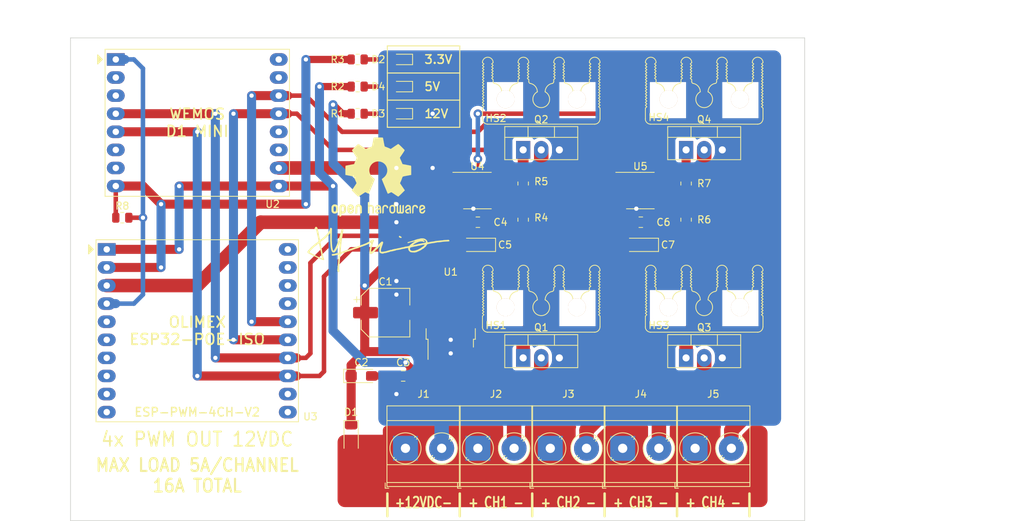
<source format=kicad_pcb>
(kicad_pcb (version 20211014) (generator pcbnew)
  (title_block (title "ESP 6 Relay Module"))
  (layers (0 "F.Cu" signal) (31 "B.Cu" signal) (34 "B.Paste" user) (35 "F.Paste" user) (36 "B.SilkS" user "B.Silkscreen") (37 "F.SilkS" user "F.Silkscreen") (38 "B.Mask" user) (39 "F.Mask" user) (44 "Edge.Cuts" user))
  (net 0 "")
  (net 1 "+12VA")
  (net 2 "GNDREF")
  (net 3 "+5V")
  (net 4 "+12V")
  (net 5 "Net-(D2-Pad2)")
  (net 6 "Net-(D3-Pad2)")
  (net 7 "Net-(D4-Pad2)")
  (net 8 "Net-(J2-Pad2)")
  (net 9 "Net-(J3-Pad2)")
  (net 10 "Net-(J4-Pad2)")
  (net 11 "Net-(J5-Pad2)")
  (net 12 "Net-(Q1-Pad1)")
  (net 13 "Net-(Q2-Pad1)")
  (net 14 "Net-(Q3-Pad1)")
  (net 15 "Net-(Q4-Pad1)")
  (net 16 "+3V3")
  (net 17 "Net-(R8-Pad2)")
  (net 20 "Net-(U2-Pad4)")
  (net 21 "Net-(U2-Pad5)")
  (net 26 "Net-(U2-Pad13)")
  (net 27 "Net-(U2-Pad14)")
  (net 46 "Net-(R4-Pad2)")
  (net 47 "Net-(R5-Pad2)")
  (net 48 "Net-(R6-Pad2)")
  (net 49 "Net-(R7-Pad2)")
  (footprint "Tales:TerminalBlock_Phoenix_MKDS-3-2-5.08_1x02_P5.08mm_Horizontal" (layer "F.Cu") (at 121.92 121.92)
    (fp_text reference "J2" (at 2.54 -7.62) (layer "F.SilkS"))
    (fp_text value "OUT1")
    (pad "1" thru_hole rect (at 0 0) (size 3.5 3.5) (drill 1.3) (layers *.Cu *.Mask) (net 4 "+12V"))
    (pad "2" thru_hole circle (at 5.08 0) (size 3.5 3.5) (drill 1.3) (layers *.Cu *.Mask) (net 8 "Net-(J2-Pad2)"))
  )
  (footprint "Tales:TerminalBlock_Phoenix_MKDS-3-2-5.08_1x02_P5.08mm_Horizontal" (layer "F.Cu") (at 132.08 121.92)
    (fp_text reference "J3" (at 2.54 -7.62) (layer "F.SilkS"))
    (fp_text value "OUT2")
    (pad "1" thru_hole rect (at 0 0) (size 3.5 3.5) (drill 1.3) (layers *.Cu *.Mask) (net 4 "+12V"))
    (pad "2" thru_hole circle (at 5.08 0) (size 3.5 3.5) (drill 1.3) (layers *.Cu *.Mask) (net 9 "Net-(J3-Pad2)"))
  )
  (footprint "Tales:TerminalBlock_Phoenix_MKDS-3-2-5.08_1x02_P5.08mm_Horizontal" (layer "F.Cu") (at 142.235 121.92)
    (fp_text reference "J4" (at 2.54 -7.62) (layer "F.SilkS"))
    (fp_text value "OUT3")
    (pad "1" thru_hole rect (at 0 0) (size 3.5 3.5) (drill 1.3) (layers *.Cu *.Mask) (net 4 "+12V"))
    (pad "2" thru_hole circle (at 5.08 0) (size 3.5 3.5) (drill 1.3) (layers *.Cu *.Mask) (net 10 "Net-(J4-Pad2)"))
  )
  (footprint "Tales:TerminalBlock_Phoenix_MKDS-3-2-5.08_1x02_P5.08mm_Horizontal" (layer "F.Cu") (at 152.4 121.92)
    (fp_text reference "J5" (at 2.54 -7.62) (layer "F.SilkS"))
    (fp_text value "OUT4")
    (pad "1" thru_hole rect (at 0 0) (size 3.5 3.5) (drill 1.3) (layers *.Cu *.Mask) (net 4 "+12V"))
    (pad "2" thru_hole circle (at 5.08 0) (size 3.5 3.5) (drill 1.3) (layers *.Cu *.Mask) (net 11 "Net-(J5-Pad2)"))
  )
  (footprint "Tales:TerminalBlock_Phoenix_MKDS-3-2-5.08_1x02_P5.08mm_Horizontal" (layer "F.Cu") (at 111.76 121.92)
    (fp_text reference "J1" (at 2.54 -7.62) (layer "F.SilkS"))
    (fp_text value "12VDC")
    (pad "1" thru_hole rect (at 0 0) (size 3.5 3.5) (drill 1.3) (layers *.Cu *.Mask) (net 4 "+12V"))
    (pad "2" thru_hole circle (at 5.08 0) (size 3.5 3.5) (drill 1.3) (layers *.Cu *.Mask) (net 2 "GNDREF"))
  )
  (footprint "Tales:Heatsink_16x10x25mm_2xFixationM3" (layer "F.Cu") (at 153.67 72.898)
    (fp_text reference "HS4" (at -6.35 2.54) (layer "F.SilkS"))
    (fp_text value "Heatsink_16x10x25mm_2xFixationM3")
    (pad "" np_thru_hole circle (at 5 0) (size 2.5 2.5) (drill 2.5) (layers *.Cu *.SilkS *.Mask))
    (pad "" np_thru_hole circle (at -5 0.000001) (size 2.5 2.5) (drill 2.5) (layers *.Cu *.SilkS *.Mask))
  )
  (footprint "Tales:Heatsink_16x10x25mm_2xFixationM3" (layer "F.Cu") (at 130.81 102.108)
    (fp_text reference "HS1" (at -6.35 2.54) (layer "F.SilkS"))
    (fp_text value "Heatsink_16x10x25mm_2xFixationM3")
    (pad "" np_thru_hole circle (at 5 0) (size 2.5 2.5) (drill 2.5) (layers *.Cu *.SilkS *.Mask))
    (pad "" np_thru_hole circle (at -5 0.000001) (size 2.5 2.5) (drill 2.5) (layers *.Cu *.SilkS *.Mask))
  )
  (footprint "Tales:Heatsink_16x10x25mm_2xFixationM3" (layer "F.Cu") (at 153.67 102.108)
    (fp_text reference "HS3" (at -6.35 2.54) (layer "F.SilkS"))
    (fp_text value "Heatsink_16x10x25mm_2xFixationM3")
    (pad "" np_thru_hole circle (at 5 0) (size 2.5 2.5) (drill 2.5) (layers *.Cu *.SilkS *.Mask))
    (pad "" np_thru_hole circle (at -5 0.000001) (size 2.5 2.5) (drill 2.5) (layers *.Cu *.SilkS *.Mask))
  )
  (footprint "Tales:Olimex_ESP32-POE_Pads" (layer "F.Cu") (at 69.85 93.98)
    (fp_text reference "U3" (at 28.575 23.495) (layer "F.SilkS"))
    (fp_text value "Olimex_ESP32-POE")
    (pad "1" thru_hole rect locked (at 0 0) (size 2.5 1.75) (drill 0.9) (layers *.Cu *.Mask) (net 3 "+5V"))
    (pad "2" thru_hole oval locked (at 0 2.54) (size 2.5 1.75) (drill 0.9) (layers *.Cu *.Mask) (net 16 "+3V3"))
    (pad "3" thru_hole oval locked (at 0 5.08) (size 2.5 1.75) (drill 0.9) (layers *.Cu *.Mask) (net 2 "GNDREF"))
    (pad "4" thru_hole oval locked (at 0 7.62) (size 2.5 1.75) (drill 0.9) (layers *.Cu *.Mask) (net 17 "Net-(R8-Pad2)"))
    (pad "5" thru_hole oval locked (at 0 10.16) (size 2.5 1.75) (drill 0.9) (layers *.Cu *.Mask))
    (pad "6" thru_hole oval locked (at 0 12.7) (size 2.5 1.75) (drill 0.9) (layers *.Cu *.Mask))
    (pad "7" thru_hole oval locked (at 0 15.24) (size 2.5 1.75) (drill 0.9) (layers *.Cu *.Mask))
    (pad "8" thru_hole oval locked (at 0 17.78) (size 2.5 1.75) (drill 0.9) (layers *.Cu *.Mask))
    (pad "9" thru_hole oval locked (at 0 20.32) (size 2.5 1.75) (drill 0.9) (layers *.Cu *.Mask))
    (pad "10" thru_hole oval locked (at 0 22.86) (size 2.5 1.75) (drill 0.9) (layers *.Cu *.Mask))
    (pad "11" thru_hole oval locked (at 25.4 22.86) (size 2.5 1.75) (drill 0.9) (layers *.Cu *.Mask))
    (pad "12" thru_hole oval locked (at 25.4 20.32) (size 2.5 1.75) (drill 0.9) (layers *.Cu *.Mask))
    (pad "13" thru_hole oval locked (at 25.4 17.78) (size 2.5 1.75) (drill 0.9) (layers *.Cu *.Mask) (net 21 "Net-(U2-Pad5)"))
    (pad "14" thru_hole oval locked (at 25.4 15.24) (size 2.5 1.75) (drill 0.9) (layers *.Cu *.Mask) (net 20 "Net-(U2-Pad4)"))
    (pad "15" thru_hole oval locked (at 25.4 12.7) (size 2.5 1.75) (drill 0.9) (layers *.Cu *.Mask) (net 26 "Net-(U2-Pad13)"))
    (pad "16" thru_hole oval locked (at 25.4 10.16) (size 2.5 1.75) (drill 0.9) (layers *.Cu *.Mask) (net 27 "Net-(U2-Pad14)"))
    (pad "17" thru_hole oval locked (at 25.4 7.62) (size 2.5 1.75) (drill 0.9) (layers *.Cu *.Mask))
    (pad "18" thru_hole oval locked (at 25.4 5.08) (size 2.5 1.75) (drill 0.9) (layers *.Cu *.Mask))
    (pad "19" thru_hole oval locked (at 25.4 2.54) (size 2.5 1.75) (drill 0.9) (layers *.Cu *.Mask))
    (pad "20" thru_hole oval locked (at 25.4 0) (size 2.5 1.75) (drill 0.9) (layers *.Cu *.Mask))
  )
  (footprint "Tales:WEMOS_D1_mini_light_pads" (layer "F.Cu") (at 71.12 67.31)
    (fp_text reference "U2" (at 22 20.32) (layer "F.SilkS"))
    (fp_text value "WeMos_D1_mini")
    (pad "1" thru_hole rect (at 0 0) (size 2.5 1.75) (drill 0.9) (layers *.Cu *.Mask) (net 17 "Net-(R8-Pad2)"))
    (pad "2" thru_hole oval (at 0 2.54) (size 2.5 1.75) (drill 0.9) (layers *.Cu *.Mask))
    (pad "3" thru_hole oval (at 0 5.08) (size 2.5 1.75) (drill 0.9) (layers *.Cu *.Mask))
    (pad "4" thru_hole oval (at 0 7.62) (size 2.5 1.75) (drill 0.9) (layers *.Cu *.Mask) (net 20 "Net-(U2-Pad4)"))
    (pad "5" thru_hole oval (at 0 10.16) (size 2.5 1.75) (drill 0.9) (layers *.Cu *.Mask) (net 21 "Net-(U2-Pad5)"))
    (pad "6" thru_hole oval (at 0 12.7) (size 2.5 1.75) (drill 0.9) (layers *.Cu *.Mask))
    (pad "7" thru_hole oval (at 0 15.24) (size 2.5 1.75) (drill 0.9) (layers *.Cu *.Mask))
    (pad "8" thru_hole oval (at 0 17.78) (size 2.5 1.75) (drill 0.9) (layers *.Cu *.Mask) (net 16 "+3V3"))
    (pad "9" thru_hole oval (at 22.86 17.78) (size 2.5 1.75) (drill 0.9) (layers *.Cu *.Mask) (net 3 "+5V"))
    (pad "10" thru_hole oval (at 22.86 15.24) (size 2.5 1.75) (drill 0.9) (layers *.Cu *.Mask) (net 2 "GNDREF"))
    (pad "11" thru_hole oval (at 22.86 12.7) (size 2.5 1.75) (drill 0.9) (layers *.Cu *.Mask))
    (pad "12" thru_hole oval (at 22.86 10.16) (size 2.5 1.75) (drill 0.9) (layers *.Cu *.Mask))
    (pad "13" thru_hole oval (at 22.86 7.62) (size 2.5 1.75) (drill 0.9) (layers *.Cu *.Mask) (net 26 "Net-(U2-Pad13)"))
    (pad "14" thru_hole oval (at 22.86 5.08) (size 2.5 1.75) (drill 0.9) (layers *.Cu *.Mask) (net 27 "Net-(U2-Pad14)"))
    (pad "15" thru_hole oval (at 22.86 2.54) (size 2.5 1.75) (drill 0.9) (layers *.Cu *.Mask))
    (pad "16" thru_hole oval (at 22.86 0) (size 2.5 1.75) (drill 0.9) (layers *.Cu *.Mask))
  )
  (footprint "Tales:CP_Elec_6.3x5.4" (layer "F.Cu") (at 108.96 102.87)
    (fp_text reference "C1" (at 0 -4.35) (layer "F.SilkS"))
    (fp_text value "47uF/35V/6,3x5,4")
    (pad "1" smd roundrect (at -2.8 0) (size 3.5 1.6) (layers "F.Cu" "F.Paste" "F.Mask") (roundrect_rratio 0.15625) (net 1 "+12VA"))
    (pad "2" smd roundrect (at 2.8 0) (size 3.5 1.6) (layers "F.Cu" "F.Paste" "F.Mask") (roundrect_rratio 0.15625) (net 2 "GNDREF"))
  )
  (footprint "Tales:CP_EIA-3216-18_Kemet-A_Pad1.58x1.35mm_HandSolder" (layer "F.Cu") (at 121.92 93.345 180)
    (fp_text reference "C5" (at -3.81 0) (layer "F.SilkS"))
    (fp_text value "1uF 35V")
    (pad "1" smd roundrect locked (at -1.4375 0 180) (size 1.575 1.35) (layers "F.Cu" "F.Paste" "F.Mask") (roundrect_rratio 0.185185) (net 1 "+12VA"))
    (pad "2" smd roundrect locked (at 1.4375 0 180) (size 1.575 1.35) (layers "F.Cu" "F.Paste" "F.Mask") (roundrect_rratio 0.185185) (net 2 "GNDREF"))
  )
  (footprint "Tales:TO-220-3_Vertical" (layer "F.Cu") (at 128.27 109.22)
    (fp_text reference "Q1" (at 2.54 -4.27) (layer "F.SilkS"))
    (fp_text value "IRLB8721PBF")
    (pad "1" thru_hole rect (at 0 0) (size 2 2.5) (drill 1) (layers *.Cu *.Mask) (net 12 "Net-(Q1-Pad1)"))
    (pad "2" thru_hole oval (at 2.54 0) (size 2 2.5) (drill 1) (layers *.Cu *.Mask) (net 8 "Net-(J2-Pad2)"))
    (pad "3" thru_hole oval (at 5.08 0) (size 2 2.5) (drill 1) (layers *.Cu *.Mask) (net 2 "GNDREF"))
  )
  (footprint "Tales:TO-220-3_Vertical" (layer "F.Cu") (at 128.27 80.01)
    (fp_text reference "Q2" (at 2.54 -4.27) (layer "F.SilkS"))
    (fp_text value "IRLB8721PBF")
    (pad "1" thru_hole rect (at 0 0) (size 2 2.5) (drill 1) (layers *.Cu *.Mask) (net 13 "Net-(Q2-Pad1)"))
    (pad "2" thru_hole oval (at 2.54 0) (size 2 2.5) (drill 1) (layers *.Cu *.Mask) (net 9 "Net-(J3-Pad2)"))
    (pad "3" thru_hole oval (at 5.08 0) (size 2 2.5) (drill 1) (layers *.Cu *.Mask) (net 2 "GNDREF"))
  )
  (footprint "Tales:TO-220-3_Vertical" (layer "F.Cu") (at 151.13 109.22)
    (fp_text reference "Q3" (at 2.54 -4.27) (layer "F.SilkS"))
    (fp_text value "IRLB8721PBF")
    (pad "1" thru_hole rect (at 0 0) (size 2 2.5) (drill 1) (layers *.Cu *.Mask) (net 14 "Net-(Q3-Pad1)"))
    (pad "2" thru_hole oval (at 2.54 0) (size 2 2.5) (drill 1) (layers *.Cu *.Mask) (net 10 "Net-(J4-Pad2)"))
    (pad "3" thru_hole oval (at 5.08 0) (size 2 2.5) (drill 1) (layers *.Cu *.Mask) (net 2 "GNDREF"))
  )
  (footprint "Tales:TO-220-3_Vertical" (layer "F.Cu") (at 151.13 80.01)
    (fp_text reference "Q4" (at 2.54 -4.27) (layer "F.SilkS"))
    (fp_text value "IRLB8721PBF")
    (pad "1" thru_hole rect (at 0 0) (size 2 2.5) (drill 1) (layers *.Cu *.Mask) (net 15 "Net-(Q4-Pad1)"))
    (pad "2" thru_hole oval (at 2.54 0) (size 2 2.5) (drill 1) (layers *.Cu *.Mask) (net 11 "Net-(J5-Pad2)"))
    (pad "3" thru_hole oval (at 5.08 0) (size 2 2.5) (drill 1) (layers *.Cu *.Mask) (net 2 "GNDREF"))
  )
  (footprint "Tales:SOIC-8_3.9x4.9mm_P1.27mm" (layer "F.Cu") (at 121.855 85.725)
    (fp_text reference "U4" (at 0 -3.4) (layer "F.SilkS"))
    (fp_text value "IR4427")
    (pad "1" smd roundrect locked (at -2.475 -1.905) (size 1.95 0.6) (layers "F.Cu" "F.Paste" "F.Mask"))
    (pad "2" smd roundrect locked (at -2.475 -0.635) (size 1.95 0.6) (layers "F.Cu" "F.Paste" "F.Mask") (net 20 "Net-(U2-Pad4)"))
    (pad "3" smd roundrect locked (at -2.475 0.635) (size 1.95 0.6) (layers "F.Cu" "F.Paste" "F.Mask") (net 2 "GNDREF"))
    (pad "4" smd roundrect locked (at -2.475 1.905) (size 1.95 0.6) (layers "F.Cu" "F.Paste" "F.Mask") (net 21 "Net-(U2-Pad5)"))
    (pad "5" smd roundrect locked (at 2.475 1.905) (size 1.95 0.6) (layers "F.Cu" "F.Paste" "F.Mask") (net 46 "Net-(R4-Pad2)"))
    (pad "6" smd roundrect locked (at 2.475 0.635) (size 1.95 0.6) (layers "F.Cu" "F.Paste" "F.Mask") (net 1 "+12VA"))
    (pad "7" smd roundrect locked (at 2.475 -0.635) (size 1.95 0.6) (layers "F.Cu" "F.Paste" "F.Mask") (net 47 "Net-(R5-Pad2)"))
    (pad "8" smd roundrect locked (at 2.475 -1.905) (size 1.95 0.6) (layers "F.Cu" "F.Paste" "F.Mask"))
  )
  (footprint "Tales:SOIC-8_3.9x4.9mm_P1.27mm" (layer "F.Cu") (at 144.715 85.725)
    (fp_text reference "U5" (at 0 -3.4) (layer "F.SilkS"))
    (fp_text value "IR4427")
    (pad "1" smd roundrect locked (at -2.475 -1.905) (size 1.95 0.6) (layers "F.Cu" "F.Paste" "F.Mask"))
    (pad "2" smd roundrect locked (at -2.475 -0.635) (size 1.95 0.6) (layers "F.Cu" "F.Paste" "F.Mask") (net 27 "Net-(U2-Pad14)"))
    (pad "3" smd roundrect locked (at -2.475 0.635) (size 1.95 0.6) (layers "F.Cu" "F.Paste" "F.Mask") (net 2 "GNDREF"))
    (pad "4" smd roundrect locked (at -2.475 1.905) (size 1.95 0.6) (layers "F.Cu" "F.Paste" "F.Mask") (net 26 "Net-(U2-Pad13)"))
    (pad "5" smd roundrect locked (at 2.475 1.905) (size 1.95 0.6) (layers "F.Cu" "F.Paste" "F.Mask") (net 48 "Net-(R6-Pad2)"))
    (pad "6" smd roundrect locked (at 2.475 0.635) (size 1.95 0.6) (layers "F.Cu" "F.Paste" "F.Mask") (net 1 "+12VA"))
    (pad "7" smd roundrect locked (at 2.475 -0.635) (size 1.95 0.6) (layers "F.Cu" "F.Paste" "F.Mask") (net 49 "Net-(R7-Pad2)"))
    (pad "8" smd roundrect locked (at 2.475 -1.905) (size 1.95 0.6) (layers "F.Cu" "F.Paste" "F.Mask"))
  )
  (footprint "Tales:Heatsink_16x10x25mm_2xFixationM3" (layer "F.Cu") (at 130.81 72.898)
    (fp_text reference "HS2" (at -6.35 2.667) (layer "F.SilkS"))
    (fp_text value "Heatsink_16x10x25mm_2xFixationM3")
    (pad "" np_thru_hole circle (at 5 0) (size 2.5 2.5) (drill 2.5) (layers *.Cu *.SilkS *.Mask))
    (pad "" np_thru_hole circle (at -5 0.000001) (size 2.5 2.5) (drill 2.5) (layers *.Cu *.SilkS *.Mask))
  )
  (footprint "Tales:TO-252-2" (layer "F.Cu") (at 118.11 104.14 90)
    (fp_text reference "U1" (at 6.985 0 180) (layer "F.SilkS"))
    (fp_text value "L78M05")
    (pad "1" smd rect locked (at -4.2 -2.28 90) (size 2.2 1.6) (layers "F.Cu" "F.Paste" "F.Mask") (net 1 "+12VA"))
    (pad "2" smd rect locked (at 2.1 0 90) (size 6.4 5.8) (layers "F.Cu" "F.Mask") (net 2 "GNDREF"))
    (pad "3" smd rect locked (at -4.2 2.28 90) (size 2.2 1.6) (layers "F.Cu" "F.Paste" "F.Mask") (net 3 "+5V"))
  )
  (footprint "Tales:CP_EIA-3216-18_Kemet-A_Pad1.58x1.35mm_HandSolder" (layer "F.Cu") (at 144.78 93.345 180)
    (fp_text reference "C7" (at -3.81 0) (layer "F.SilkS"))
    (fp_text value "1uF 35V")
    (pad "1" smd roundrect locked (at -1.4375 0 180) (size 1.575 1.35) (layers "F.Cu" "F.Paste" "F.Mask") (roundrect_rratio 0.185185) (net 1 "+12VA"))
    (pad "2" smd roundrect locked (at 1.4375 0 180) (size 1.575 1.35) (layers "F.Cu" "F.Paste" "F.Mask") (roundrect_rratio 0.185185) (net 2 "GNDREF"))
  )
  (footprint "Tales:CP_EIA-3216-18_Kemet-A_Pad1.58x1.35mm_HandSolder" (layer "F.Cu") (at 105.5775 111.76)
    (fp_text reference "C2" (at 0 -1.905) (layer "F.SilkS"))
    (fp_text value "0,33uF/35V")
    (pad "1" smd roundrect locked (at -1.4375 0) (size 1.575 1.35) (layers "F.Cu" "F.Paste" "F.Mask") (roundrect_rratio 0.185185) (net 1 "+12VA"))
    (pad "2" smd roundrect locked (at 1.4375 0) (size 1.575 1.35) (layers "F.Cu" "F.Paste" "F.Mask") (roundrect_rratio 0.185185) (net 2 "GNDREF"))
  )
  (footprint "Tales:R_0805_2012Metric" (layer "F.Cu") (at 105.0525 74.93)
    (fp_text reference "R1" (at -2.8175 0) (layer "F.SilkS"))
    (fp_text value "2k2/0,125W/0805")
    (pad "1" smd roundrect locked (at -0.9125 0) (size 1.025 1.4) (layers "F.Cu" "F.Paste" "F.Mask") (roundrect_rratio 0.243902) (net 1 "+12VA"))
    (pad "2" smd roundrect locked (at 0.9125 0) (size 1.025 1.4) (layers "F.Cu" "F.Paste" "F.Mask") (roundrect_rratio 0.243902) (net 6 "Net-(D3-Pad2)"))
  )
  (footprint "Tales:R_0805_2012Metric" (layer "F.Cu") (at 105.0525 71.12)
    (fp_text reference "R2" (at -2.8175 0) (layer "F.SilkS"))
    (fp_text value "680R/0,125W/0805")
    (pad "1" smd roundrect locked (at -0.9125 0) (size 1.025 1.4) (layers "F.Cu" "F.Paste" "F.Mask") (roundrect_rratio 0.243902) (net 3 "+5V"))
    (pad "2" smd roundrect locked (at 0.9125 0) (size 1.025 1.4) (layers "F.Cu" "F.Paste" "F.Mask") (roundrect_rratio 0.243902) (net 7 "Net-(D4-Pad2)"))
  )
  (footprint "Tales:R_0805_2012Metric" (layer "F.Cu") (at 105.0525 67.31)
    (fp_text reference "R3" (at -2.8175 0) (layer "F.SilkS"))
    (fp_text value "270R/0,125W/0805")
    (pad "1" smd roundrect locked (at -0.9125 0) (size 1.025 1.4) (layers "F.Cu" "F.Paste" "F.Mask") (roundrect_rratio 0.243902) (net 16 "+3V3"))
    (pad "2" smd roundrect locked (at 0.9125 0) (size 1.025 1.4) (layers "F.Cu" "F.Paste" "F.Mask") (roundrect_rratio 0.243902) (net 5 "Net-(D2-Pad2)"))
  )
  (footprint "Tales:LED_0603_1608Metric" (layer "F.Cu") (at 111.2775 67.31 180)
    (fp_text reference "D2" (at 3.3275 0) (layer "F.SilkS"))
    (fp_text value "GREEN/0603")
    (pad "1" smd roundrect locked (at -0.7875 0 180) (size 0.875 0.95) (layers "F.Cu" "F.Paste" "F.Mask") (net 2 "GNDREF"))
    (pad "2" smd roundrect locked (at 0.7875 0 180) (size 0.875 0.95) (layers "F.Cu" "F.Paste" "F.Mask") (net 5 "Net-(D2-Pad2)"))
  )
  (footprint "Tales:LED_0603_1608Metric" (layer "F.Cu") (at 111.2775 74.93 180)
    (fp_text reference "D3" (at 3.3275 0) (layer "F.SilkS"))
    (fp_text value "GREEN/0603")
    (pad "1" smd roundrect locked (at -0.7875 0 180) (size 0.875 0.95) (layers "F.Cu" "F.Paste" "F.Mask") (net 2 "GNDREF"))
    (pad "2" smd roundrect locked (at 0.7875 0 180) (size 0.875 0.95) (layers "F.Cu" "F.Paste" "F.Mask") (net 6 "Net-(D3-Pad2)"))
  )
  (footprint "Tales:LED_0603_1608Metric" (layer "F.Cu") (at 111.2775 71.12 180)
    (fp_text reference "D4" (at 3.3275 0) (layer "F.SilkS"))
    (fp_text value "GREEN/0603")
    (pad "1" smd roundrect locked (at -0.7875 0 180) (size 0.875 0.95) (layers "F.Cu" "F.Paste" "F.Mask") (net 2 "GNDREF"))
    (pad "2" smd roundrect locked (at 0.7875 0 180) (size 0.875 0.95) (layers "F.Cu" "F.Paste" "F.Mask") (net 7 "Net-(D4-Pad2)"))
  )
  (footprint "Tales:D_SOD-123" (layer "F.Cu") (at 104.14 120.27 -90)
    (fp_text reference "D1" (at -3.43 0 180) (layer "F.SilkS"))
    (fp_text value "SM4007PL/SOD-123")
    (pad "1" smd roundrect locked (at -1.65 0 270) (size 1.3 1.75) (layers "F.Cu" "F.Paste" "F.Mask") (net 1 "+12VA"))
    (pad "2" smd roundrect locked (at 1.65 0 270) (size 1.3 1.75) (layers "F.Cu" "F.Paste" "F.Mask") (net 4 "+12V"))
  )
  (footprint "Tales:R_0805_2012Metric" (layer "F.Cu") (at 128.27 89.8125 90)
    (fp_text reference "R4" (at 0.2775 2.54 180) (layer "F.SilkS"))
    (fp_text value "22R/0,125W/0805")
    (pad "1" smd roundrect locked (at -0.9125 0 90) (size 1.025 1.4) (layers "F.Cu" "F.Paste" "F.Mask") (roundrect_rratio 0.243902) (net 12 "Net-(Q1-Pad1)"))
    (pad "2" smd roundrect locked (at 0.9125 0 90) (size 1.025 1.4) (layers "F.Cu" "F.Paste" "F.Mask") (roundrect_rratio 0.243902) (net 46 "Net-(R4-Pad2)"))
  )
  (footprint "Tales:R_0805_2012Metric" (layer "F.Cu") (at 151.13 89.8125 90)
    (fp_text reference "R6" (at 0 2.54 180) (layer "F.SilkS"))
    (fp_text value "22R/0,125W/0805")
    (pad "1" smd roundrect locked (at -0.9125 0 90) (size 1.025 1.4) (layers "F.Cu" "F.Paste" "F.Mask") (roundrect_rratio 0.243902) (net 14 "Net-(Q3-Pad1)"))
    (pad "2" smd roundrect locked (at 0.9125 0 90) (size 1.025 1.4) (layers "F.Cu" "F.Paste" "F.Mask") (roundrect_rratio 0.243902) (net 48 "Net-(R6-Pad2)"))
  )
  (footprint "Tales:R_0805_2012Metric" (layer "F.Cu") (at 128.27 84.7325 -90)
    (fp_text reference "R5" (at -0.2775 -2.54 180) (layer "F.SilkS"))
    (fp_text value "22R/0,125W/0805")
    (pad "1" smd roundrect locked (at -0.9125 0 270) (size 1.025 1.4) (layers "F.Cu" "F.Paste" "F.Mask") (roundrect_rratio 0.243902) (net 13 "Net-(Q2-Pad1)"))
    (pad "2" smd roundrect locked (at 0.9125 0 270) (size 1.025 1.4) (layers "F.Cu" "F.Paste" "F.Mask") (roundrect_rratio 0.243902) (net 47 "Net-(R5-Pad2)"))
  )
  (footprint "Tales:R_0805_2012Metric" (layer "F.Cu") (at 151.13 84.7325 -90)
    (fp_text reference "R7" (at 0 -2.54 180) (layer "F.SilkS"))
    (fp_text value "22R/0,125W/0805")
    (pad "1" smd roundrect locked (at -0.9125 0 270) (size 1.025 1.4) (layers "F.Cu" "F.Paste" "F.Mask") (roundrect_rratio 0.243902) (net 15 "Net-(Q4-Pad1)"))
    (pad "2" smd roundrect locked (at 0.9125 0 270) (size 1.025 1.4) (layers "F.Cu" "F.Paste" "F.Mask") (roundrect_rratio 0.243902) (net 49 "Net-(R7-Pad2)"))
  )
  (footprint "Tales:C_0805_2012Metric" (layer "F.Cu") (at 121.92 90.17 180)
    (fp_text reference "C4" (at -3.175 0) (layer "F.SilkS"))
    (fp_text value "0,1uF/50V/0805")
    (pad "1" smd roundrect locked (at -0.95 0 180) (size 1 1.45) (layers "F.Cu" "F.Paste" "F.Mask") (net 1 "+12VA"))
    (pad "2" smd roundrect locked (at 0.95 0 180) (size 1 1.45) (layers "F.Cu" "F.Paste" "F.Mask") (net 2 "GNDREF"))
  )
  (footprint "Tales:C_0805_2012Metric" (layer "F.Cu") (at 144.78 90.17 180)
    (fp_text reference "C6" (at -3.175 0) (layer "F.SilkS"))
    (fp_text value "0,1uF/50V/0805")
    (pad "1" smd roundrect locked (at -0.95 0 180) (size 1 1.45) (layers "F.Cu" "F.Paste" "F.Mask") (net 1 "+12VA"))
    (pad "2" smd roundrect locked (at 0.95 0 180) (size 1 1.45) (layers "F.Cu" "F.Paste" "F.Mask") (net 2 "GNDREF"))
  )
  (footprint "Tales:C_0805_2012Metric" (layer "F.Cu") (at 111.44 111.76 180)
    (fp_text reference "C3" (at 0 1.905) (layer "F.SilkS"))
    (fp_text value "0,1uF/50V/0805")
    (pad "1" smd roundrect locked (at -0.95 0 180) (size 1 1.45) (layers "F.Cu" "F.Paste" "F.Mask") (net 3 "+5V"))
    (pad "2" smd roundrect locked (at 0.95 0 180) (size 1 1.45) (layers "F.Cu" "F.Paste" "F.Mask") (net 2 "GNDREF"))
  )
  (footprint "Symbol:OSHW-Logo2_14.6x12mm_SilkScreen" (layer "F.Cu") (at 107.95 83.82)
    (fp_text reference "REF**" hide)
    (fp_text value "OSHW-Logo2_14.6x12mm_SilkScreen" hide)
  )
  (footprint "Tales:R_0805_2012Metric" (layer "F.Cu") (at 72.0325 89.535)
    (fp_text reference "R8" (at 0 -1.65) (layer "F.SilkS"))
    (fp_text value "4k7/0,125W/0805")
    (pad "1" smd roundrect locked (at -0.9125 0) (size 1.025 1.4) (layers "F.Cu" "F.Paste" "F.Mask") (roundrect_rratio 0.243902) (net 16 "+3V3"))
    (pad "2" smd roundrect locked (at 0.9125 0) (size 1.025 1.4) (layers "F.Cu" "F.Paste" "F.Mask") (roundrect_rratio 0.243902) (net 17 "Net-(R8-Pad2)"))
  )
  (footprint "Tales:TMaschio_20x6.4mm" (layer "F.Cu") (at 107.95 93.98)
    (fp_text reference "" hide)
    (fp_text value "" hide)
  )
  (gr_line (start 109.22 69.215) (end 119.38 69.215) (layer "F.SilkS") (width 0.15))
  (gr_line (start 119.38 76.835) (end 119.38 65.405) (layer "F.SilkS") (width 0.15))
  (gr_line (start 109.22 76.835) (end 119.38 76.835) (layer "F.SilkS") (width 0.15))
  (gr_line (start 119.38 65.405) (end 109.22 65.405) (layer "F.SilkS") (width 0.15))
  (gr_line (start 109.22 73.025) (end 119.38 73.025) (layer "F.SilkS") (width 0.15))
  (gr_line (start 109.22 65.405) (end 109.22 76.835) (layer "F.SilkS") (width 0.15))
  (gr_line (start 139.7 128.27) (end 139.7 131.445) (layer "F.SilkS") (width 0.35))
  (gr_line (start 160.02 128.27) (end 160.02 131.445) (layer "F.SilkS") (width 0.35))
  (gr_line (start 149.86 128.27) (end 149.86 131.445) (layer "F.SilkS") (width 0.35))
  (gr_line (start 129.54 128.27) (end 129.54 131.445) (layer "F.SilkS") (width 0.35))
  (gr_line (start 109.22 128.27) (end 109.22 131.445) (layer "F.SilkS") (width 0.35))
  (gr_line (start 119.38 128.27) (end 119.38 131.445) (layer "F.SilkS") (width 0.35))
  (gr_line (start 64.77 132.08) (end 167.77 132.08) (layer "Edge.Cuts") (width 0.1))
  (gr_line (start 167.77 64.28) (end 64.77 64.28) (layer "Edge.Cuts") (width 0.1))
  (gr_line (start 167.77 132.08) (end 167.77 64.28) (layer "Edge.Cuts") (width 0.1))
  (gr_line (start 64.77 64.28) (end 64.77 132.08) (layer "Edge.Cuts") (width 0.1))
  (gr_text "+ CH1 -" (at 124.46 129.54) (layer "F.SilkS") (effects (font (size 1.5 1.1) (thickness 0.25))))
  (gr_text "+12VDC-" (at 114.3 129.54) (layer "F.SilkS") (effects (font (size 1.5 1.1) (thickness 0.25))))
  (gr_text "4x PWM OUT 12VDC" (at 82.55 120.65) (layer "F.SilkS") (effects (font (size 2 1.8) (thickness 0.25))))
  (gr_text "12V" (at 114.3 74.93) (layer "F.SilkS") (effects (font (size 1.2 1.2) (thickness 0.2)) (justify left)))
  (gr_text "5V" (at 114.3 71.12) (layer "F.SilkS") (effects (font (size 1.2 1.2) (thickness 0.2)) (justify left)))
  (gr_text "3.3V" (at 114.3 67.31) (layer "F.SilkS") (effects (font (size 1.2 1.2) (thickness 0.2)) (justify left)))
  (gr_text "WEMOS\nD1 MINI" (at 82.55 76.2) (layer "F.SilkS") (effects (font (size 1.5 1.5) (thickness 0.25))))
  (gr_text "OLIMEX\nESP32-POE-ISO" (at 82.55 105.41) (layer "F.SilkS") (effects (font (size 1.5 1.5) (thickness 0.25))))
  (gr_text "MAX LOAD 5A/CHANNEL\n16A TOTAL" (at 82.55 125.73) (layer "F.SilkS") (effects (font (size 1.8 1.6) (thickness 0.3))))
  (gr_text "+ CH2 -" (at 134.62 129.54) (layer "F.SilkS") (effects (font (size 1.5 1.1) (thickness 0.25))))
  (gr_text "+ CH4 -" (at 154.94 129.54) (layer "F.SilkS") (effects (font (size 1.5 1.1) (thickness 0.25))))
  (gr_text "ESP-PWM-4CH-V2" (at 82.55 116.84) (layer "F.SilkS") (effects (font (size 1.2 1.2) (thickness 0.2))))
  (gr_text "+ CH3 -" (at 144.78 129.54) (layer "F.SilkS") (effects (font (size 1.5 1.1) (thickness 0.25))))
  (segment (start 106.045 99.06) (end 106.045 102.755) (width 1.27) (layer "F.Cu") (net 1))
  (segment (start 121.92 74.93) (end 140.97 74.93) (width 0.635) (layer "F.Cu") (net 1))
  (segment (start 145.73 90.17) (end 145.73 91.755) (width 0.635) (layer "F.Cu") (net 1))
  (segment (start 121.92 85.725) (end 121.92 81.28) (width 0.635) (layer "F.Cu") (net 1))
  (segment (start 122.87 90.17) (end 122.87 88.58) (width 0.635) (layer "F.Cu") (net 1))
  (segment (start 122.87 88.58) (end 122.555 88.265) (width 0.635) (layer "F.Cu") (net 1))
  (segment (start 144.78 82.55) (end 144.78 85.725) (width 0.635) (layer "F.Cu") (net 1))
  (segment (start 140.97 74.93) (end 142.24 76.2) (width 0.635) (layer "F.Cu") (net 1))
  (segment (start 142.24 80.01) (end 144.78 82.55) (width 0.635) (layer "F.Cu") (net 1))
  (segment (start 104.14 110.245) (end 106.045 108.34) (width 1.27) (layer "F.Cu") (net 1))
  (segment (start 106.045 108.34) (end 115.83 108.34) (width 1.27) (layer "F.Cu") (net 1))
  (segment (start 145.73 91.755) (end 146.2175 92.2425) (width 0.635) (layer "F.Cu") (net 1))
  (segment (start 106.045 108.34) (end 106.045 102.985) (width 1.27) (layer "F.Cu") (net 1))
  (segment (start 121.92 85.725) (end 122.555 86.36) (width 0.635) (layer "F.Cu") (net 1))
  (segment (start 104.14 111.76) (end 104.14 118.62) (width 1.27) (layer "F.Cu") (net 1))
  (segment (start 145.415 88.265) (end 145.415 86.36) (width 0.635) (layer "F.Cu") (net 1))
  (segment (start 106.045 102.985) (end 106.16 102.87) (width 1.27) (layer "F.Cu") (net 1))
  (segment (start 122.555 88.265) (end 122.555 86.36) (width 0.635) (layer "F.Cu") (net 1))
  (segment (start 123.3575 92.2425) (end 123.3575 93.345) (width 0.635) (layer "F.Cu") (net 1))
  (segment (start 101.6 73.66) (end 102.87 74.93) (width 1.016) (layer "F.Cu") (net 1))
  (segment (start 102.87 74.93) (end 104.14 74.93) (width 1.016) (layer "F.Cu") (net 1))
  (segment (start 106.045 102.755) (end 106.16 102.87) (width 1.27) (layer "F.Cu") (net 1))
  (segment (start 123.3575 94.4475) (end 123.3575 93.345) (width 1.27) (layer "F.Cu") (net 1))
  (segment (start 106.045 99.06) (end 109.22 95.885) (width 1.27) (layer "F.Cu") (net 1))
  (segment (start 146.2175 92.2425) (end 146.2175 93.345) (width 0.635) (layer "F.Cu") (net 1))
  (segment (start 104.14 111.76) (end 104.14 110.245) (width 1.27) (layer "F.Cu") (net 1))
  (segment (start 122.87 91.755) (end 123.3575 92.2425) (width 0.635) (layer "F.Cu") (net 1))
  (segment (start 142.24 76.2) (end 142.24 80.01) (width 0.635) (layer "F.Cu") (net 1))
  (segment (start 121.92 95.885) (end 123.3575 94.4475) (width 1.27) (layer "F.Cu") (net 1))
  (segment (start 145.415 86.36) (end 147.255 86.36) (width 0.635) (layer "F.Cu") (net 1))
  (segment (start 144.78 85.725) (end 145.415 86.36) (width 0.635) (layer "F.Cu") (net 1))
  (segment (start 122.87 90.17) (end 122.87 91.755) (width 0.635) (layer "F.Cu") (net 1))
  (segment (start 145.73 88.58) (end 145.415 88.265) (width 0.635) (layer "F.Cu") (net 1))
  (segment (start 145.73 90.17) (end 145.73 88.58) (width 0.635) (layer "F.Cu") (net 1))
  (segment (start 122.555 86.36) (end 124.33 86.36) (width 0.635) (layer "F.Cu") (net 1))
  (segment (start 109.22 95.885) (end 121.92 95.885) (width 1.27) (layer "F.Cu") (net 1))
  (via (at 121.92 74.93) (size 1.2) (drill 0.6) (layers "F.Cu" "B.Cu") (net 1))
  (via (at 121.92 81.28) (size 1.2) (drill 0.6) (layers "F.Cu" "B.Cu") (net 1))
  (via (at 101.6 73.66) (size 1.2) (drill 0.6) (layers "F.Cu" "B.Cu") (net 1))
  (via (at 106.045 99.06) (size 1.2) (drill 0.6) (layers "F.Cu" "B.Cu") (net 1))
  (segment (start 106.045 99.06) (end 106.045 86.36) (width 1.27) (layer "B.Cu") (net 1))
  (segment (start 121.92 74.93) (end 121.92 81.28) (width 0.635) (layer "B.Cu") (net 1))
  (segment (start 106.045 86.36) (end 101.6 81.915) (width 1.27) (layer "B.Cu") (net 1))
  (segment (start 101.6 81.915) (end 101.6 73.66) (width 1.27) (layer "B.Cu") (net 1))
  (segment (start 110.49 90.17) (end 91.44 90.17) (width 1.905) (layer "F.Cu") (net 2))
  (segment (start 121.285 86.995) (end 120.65 86.36) (width 0.635) (layer "F.Cu") (net 2))
  (segment (start 120.65 86.36) (end 119.38 86.36) (width 0.635) (layer "F.Cu") (net 2))
  (segment (start 91.44 90.17) (end 82.55 99.06) (width 1.905) (layer "F.Cu") (net 2))
  (segment (start 117.28 102.87) (end 118.11 102.04) (width 2.032) (layer "F.Cu") (net 2))
  (segment (start 110.49 114.3) (end 110.49 111.76) (width 1.016) (layer "F.Cu") (net 2))
  (segment (start 120.97 90.17) (end 120.97 91.755) (width 0.635) (layer "F.Cu") (net 2))
  (segment (start 143.83 91.755) (end 143.3425 92.2425) (width 0.635) (layer "F.Cu") (net 2))
  (segment (start 143.83 90.17) (end 143.83 91.755) (width 0.635) (layer "F.Cu") (net 2))
  (segment (start 120.4825 92.2425) (end 120.4825 93.345) (width 0.635) (layer "F.Cu") (net 2))
  (segment (start 143.51 86.36) (end 142.305 86.36) (width 0.635) (layer "F.Cu") (net 2))
  (segment (start 111.39 102.5) (end 110.49 101.6) (width 1.905) (layer "F.Cu") (net 2))
  (segment (start 112.065 71.12) (end 112.065 67.31) (width 0.635) (layer "F.Cu") (net 2))
  (segment (start 121.285 88.265) (end 121.285 89.855) (width 0.635) (layer "F.Cu") (net 2))
  (segment (start 110.49 90.17) (end 110.49 87.63) (width 1.905) (layer "F.Cu") (net 2))
  (segment (start 110.49 111.76) (end 107.015 111.76) (width 1.016) (layer "F.Cu") (net 2))
  (segment (start 118.11 108.585) (end 118.11 102.04) (width 2.032) (layer "F.Cu") (net 2))
  (segment (start 111.39 102.87) (end 111.39 102.5) (width 1.905) (layer "F.Cu") (net 2))
  (segment (start 121.285 89.855) (end 120.97 90.17) (width 0.635) (layer "F.Cu") (net 2))
  (segment (start 111.39 102.87) (end 117.28 102.87) (width 2.032) (layer "F.Cu") (net 2))
  (segment (start 144.145 86.995) (end 143.51 86.36) (width 0.635) (layer "F.Cu") (net 2))
  (segment (start 110.49 82.55) (end 115.57 82.55) (width 1.905) (layer "F.Cu") (net 2))
  (segment (start 112.065 74.93) (end 112.065 71.12) (width 0.635) (layer "F.Cu") (net 2))
  (segment (start 115.57 74.93) (end 112.065 74.93) (width 0.635) (layer "F.Cu") (net 2))
  (segment (start 82.55 99.06) (end 69.85 99.06) (width 1.905) (layer "F.Cu") (net 2))
  (segment (start 144.145 88.265) (end 144.145 86.995) (width 0.635) (layer "F.Cu") (net 2))
  (segment (start 121.285 86.995) (end 121.285 88.265) (width 0.635) (layer "F.Cu") (net 2))
  (segment (start 144.145 89.855) (end 143.83 90.17) (width 0.635) (layer "F.Cu") (net 2))
  (segment (start 143.3425 92.2425) (end 143.3425 93.345) (width 0.635) (layer "F.Cu") (net 2))
  (segment (start 144.145 88.265) (end 144.145 89.855) (width 0.635) (layer "F.Cu") (net 2))
  (segment (start 93.98 82.55) (end 110.49 82.55) (width 1.905) (layer "F.Cu") (net 2))
  (segment (start 110.49 101.6) (end 110.49 98.425) (width 1.905) (layer "F.Cu") (net 2))
  (segment (start 120.97 91.755) (end 120.4825 92.2425) (width 0.635) (layer "F.Cu") (net 2))
  (via (at 118.11 108.585) (size 1.2) (drill 0.6) (layers "F.Cu" "B.Cu") (net 2))
  (via (at 110.49 87.63) (size 1.2) (drill 0.6) (layers "F.Cu" "B.Cu") (net 2))
  (via (at 110.49 98.425) (size 1.2) (drill 0.6) (layers "F.Cu" "B.Cu") (net 2))
  (via (at 110.49 82.55) (size 1.2) (drill 0.6) (layers "F.Cu" "B.Cu") (net 2))
  (via (at 110.49 90.17) (size 1.2) (drill 0.6) (layers "F.Cu" "B.Cu") (net 2))
  (via (at 110.49 100.33) (size 1.2) (drill 0.6) (layers "F.Cu" "B.Cu") (net 2))
  (via (at 115.57 74.93) (size 1.2) (drill 0.6) (layers "F.Cu" "B.Cu") (net 2))
  (via (at 121.285 88.265) (size 1.2) (drill 0.6) (layers "F.Cu" "B.Cu") (net 2))
  (via (at 110.49 114.3) (size 1.2) (drill 0.6) (layers "F.Cu" "B.Cu") (net 2))
  (via (at 144.145 88.265) (size 1.2) (drill 0.6) (layers "F.Cu" "B.Cu") (net 2))
  (via (at 115.57 82.55) (size 1.2) (drill 0.6) (layers "F.Cu" "B.Cu") (net 2))
  (via (at 118.11 106.68) (size 1.2) (drill 0.6) (layers "F.Cu" "B.Cu") (net 2))
  (segment (start 118.11 108.585) (end 118.11 106.68) (width 2.032) (layer "B.Cu") (net 2))
  (segment (start 134.62 81.28) (end 134.62 88.9) (width 2.032) (layer "B.Cu") (net 2))
  (segment (start 116.84 116.84) (end 116.84 114.3) (width 2.032) (layer "B.Cu") (net 2))
  (segment (start 118.11 113.03) (end 118.11 108.585) (width 2.032) (layer "B.Cu") (net 2))
  (segment (start 116.84 114.3) (end 110.49 114.3) (width 1.27) (layer "B.Cu") (net 2))
  (segment (start 162.56 109.22) (end 162.56 86.36) (width 2.032) (layer "B.Cu") (net 2))
  (segment (start 160.02 116.84) (end 162.56 114.3) (width 2.032) (layer "B.Cu") (net 2))
  (segment (start 133.35 80.01) (end 134.62 81.28) (width 2.032) (layer "B.Cu") (net 2))
  (segment (start 143.51 97.79) (end 143.51 116.84) (width 2.032) (layer "B.Cu") (net 2))
  (segment (start 112.395 88.265) (end 110.49 90.17) (width 1.016) (layer "B.Cu") (net 2))
  (segment (start 116.84 116.84) (end 160.02 116.84) (width 2.032) (layer "B.Cu") (net 2))
  (segment (start 135.89 110.49) (end 134.62 109.22) (width 2.032) (layer "B.Cu") (net 2))
  (segment (start 144.145 88.265) (end 139.065 93.345) (width 1.27) (layer "B.Cu") (net 2))
  (segment (start 162.56 109.22) (end 156.21 109.22) (width 2.032) (layer "B.Cu") (net 2))
  (segment (start 162.56 114.3) (end 162.56 109.22) (width 2.032) (layer "B.Cu") (net 2))
  (segment (start 134.62 109.22) (end 133.35 109.22) (width 2.032) (layer "B.Cu") (net 2))
  (segment (start 134.62 88.9) (end 143.51 97.79) (width 2.032) (layer "B.Cu") (net 2))
  (segment (start 115.57 74.93) (end 115.57 82.55) (width 1.27) (layer "B.Cu") (net 2))
  (segment (start 135.89 116.84) (end 135.89 110.49) (width 2.032) (layer "B.Cu") (net 2))
  (segment (start 121.285 88.265) (end 112.395 88.265) (width 1.016) (layer "B.Cu") (net 2))
  (segment (start 162.56 86.36) (end 156.21 80.01) (width 2.032) (layer "B.Cu") (net 2))
  (segment (start 116.84 114.3) (end 118.11 113.03) (width 2.032) (layer "B.Cu") (net 2))
  (segment (start 110.49 82.55) (end 110.49 100.33) (width 1.905) (layer "B.Cu") (net 2))
  (segment (start 116.84 121.92) (end 116.84 116.84) (width 2.032) (layer "B.Cu") (net 2))
  (segment (start 119.38 111.76) (end 120.39 110.75) (width 1.016) (layer "F.Cu") (net 3))
  (segment (start 69.85 93.98) (end 80.01 93.98) (width 1.27) (layer "F.Cu") (net 3))
  (segment (start 93.98 85.09) (end 101.6 85.09) (width 1.27) (layer "F.Cu") (net 3))
  (segment (start 112.39 111.76) (end 112.39 110.485) (width 1.016) (layer "F.Cu") (net 3))
  (segment (start 80.01 85.09) (end 93.98 85.09) (width 1.27) (layer "F.Cu") (net 3))
  (segment (start 120.39 110.75) (end 120.39 108.34) (width 1.016) (layer "F.Cu") (net 3))
  (segment (start 99.695 71.12) (end 104.14 71.12) (width 1.016) (layer "F.Cu") (net 3))
  (segment (start 112.39 111.76) (end 119.38 111.76) (width 1.016) (layer "F.Cu") (net 3))
  (segment (start 112.39 110.485) (end 111.76 109.855) (width 1.016) (layer "F.Cu") (net 3))
  (via (at 80.01 85.09) (size 1.2) (drill 0.6) (layers "F.Cu" "B.Cu") (net 3))
  (via (at 101.6 85.09) (size 1.2) (drill 0.6) (layers "F.Cu" "B.Cu") (net 3))
  (via (at 80.01 93.98) (size 1.2) (drill 0.6) (layers "F.Cu" "B.Cu") (net 3))
  (via (at 111.76 109.855) (size 1.2) (drill 0.6) (layers "F.Cu" "B.Cu") (net 3))
  (via (at 99.695 71.12) (size 1.2) (drill 0.6) (layers "F.Cu" "B.Cu") (net 3))
  (segment (start 99.695 83.185) (end 101.6 85.09) (width 1.27) (layer "B.Cu") (net 3))
  (segment (start 101.6 105.41) (end 106.045 109.855) (width 1.27) (layer "B.Cu") (net 3))
  (segment (start 106.045 109.855) (end 111.76 109.855) (width 1.27) (layer "B.Cu") (net 3))
  (segment (start 101.6 85.09) (end 101.6 105.41) (width 1.27) (layer "B.Cu") (net 3))
  (segment (start 80.01 93.98) (end 80.01 85.09) (width 1.27) (layer "B.Cu") (net 3))
  (segment (start 99.695 71.12) (end 99.695 83.185) (width 1.27) (layer "B.Cu") (net 3))
  (segment (start 142.24 121.92) (end 142.24 128.27) (width 3.81) (layer "F.Cu") (net 4))
  (segment (start 111.76 121.92) (end 111.76 128.27) (width 3.81) (layer "F.Cu") (net 4))
  (segment (start 132.08 121.92) (end 132.08 128.27) (width 3.81) (layer "F.Cu") (net 4))
  (segment (start 111.76 121.92) (end 104.14 121.92) (width 1.016) (layer "F.Cu") (net 4))
  (segment (start 152.4 128.27) (end 152.4 121.92) (width 3.81) (layer "F.Cu") (net 4))
  (segment (start 121.92 121.92) (end 121.92 128.27) (width 3.81) (layer "F.Cu") (net 4))
  (segment (start 111.76 128.27) (end 152.4 128.27) (width 3.81) (layer "F.Cu") (net 4))
  (segment (start 105.965 67.31) (end 110.49 67.31) (width 0.635) (layer "F.Cu") (net 5))
  (segment (start 105.965 74.93) (end 110.49 74.93) (width 0.635) (layer "F.Cu") (net 6))
  (segment (start 105.965 71.12) (end 110.49 71.12) (width 0.635) (layer "F.Cu") (net 7))
  (segment (start 130.81 113.03) (end 127 116.84) (width 2.032) (layer "F.Cu") (net 8))
  (segment (start 127 116.84) (end 127 121.92) (width 2.032) (layer "F.Cu") (net 8))
  (segment (start 130.81 109.22) (end 130.81 113.03) (width 2.032) (layer "F.Cu") (net 8))
  (segment (start 130.81 80.01) (end 130.81 90.17) (width 2.032) (layer "F.Cu") (net 9))
  (segment (start 139.7 116.84) (end 137.16 119.38) (width 2.032) (layer "F.Cu") (net 9))
  (segment (start 130.81 90.17) (end 139.7 99.06) (width 2.032) (layer "F.Cu") (net 9))
  (segment (start 137.16 119.38) (end 137.16 121.92) (width 2.032) (layer "F.Cu") (net 9))
  (segment (start 139.7 99.06) (end 139.7 116.84) (width 2.032) (layer "F.Cu") (net 9))
  (segment (start 153.67 109.22) (end 153.67 111.76) (width 2.032) (layer "F.Cu") (net 10))
  (segment (start 147.32 116.84) (end 147.32 121.92) (width 2.032) (layer "F.Cu") (net 10))
  (segment (start 153.67 111.76) (end 151.13 114.3) (width 2.032) (layer "F.Cu") (net 10))
  (segment (start 147.32 116.84) (end 149.86 114.3) (width 2.032) (layer "F.Cu") (net 10))
  (segment (start 149.86 114.3) (end 151.13 114.3) (width 2.032) (layer "F.Cu") (net 10))
  (segment (start 157.48 119.38) (end 157.48 121.92) (width 2.032) (layer "F.Cu") (net 11))
  (segment (start 162.56 91.44) (end 162.56 114.3) (width 2.032) (layer "F.Cu") (net 11))
  (segment (start 153.67 82.55) (end 162.56 91.44) (width 2.032) (layer "F.Cu") (net 11))
  (segment (start 153.67 80.01) (end 153.67 82.55) (width 2.032) (layer "F.Cu") (net 11))
  (segment (start 162.56 114.3) (end 157.48 119.38) (width 2.032) (layer "F.Cu") (net 11))
  (segment (start 128.27 106.68) (end 128.27 105.41) (width 1.016) (layer "F.Cu") (net 12))
  (segment (start 128.27 109.22) (end 128.27 106.68) (width 1.905) (layer "F.Cu") (net 12))
  (segment (start 130.81 102.87) (end 130.81 96.65875) (width 1.016) (layer "F.Cu") (net 12))
  (segment (start 128.27 94.11875) (end 128.27 90.725) (width 1.016) (layer "F.Cu") (net 12))
  (segment (start 128.27 105.41) (end 130.81 102.87) (width 1.016) (layer "F.Cu") (net 12))
  (segment (start 130.81 96.65875) (end 128.27 94.11875) (width 1.016) (layer "F.Cu") (net 12))
  (segment (start 128.27 81.915) (end 128.27 83.82) (width 1.016) (layer "F.Cu") (net 13))
  (segment (start 128.27 80.01) (end 128.27 81.915) (width 1.524) (layer "F.Cu") (net 13))
  (segment (start 151.13 93.98) (end 153.67 96.52) (width 1.016) (layer "F.Cu") (net 14))
  (segment (start 153.67 102.87) (end 151.13 105.41) (width 1.016) (layer "F.Cu") (net 14))
  (segment (start 151.13 105.41) (end 151.13 106.68) (width 1.016) (layer "F.Cu") (net 14))
  (segment (start 151.13 90.725) (end 151.13 93.98) (width 1.016) (layer "F.Cu") (net 14))
  (segment (start 151.13 106.68) (end 151.13 109.22) (width 1.905) (layer "F.Cu") (net 14))
  (segment (start 153.67 96.52) (end 153.67 102.87) (width 1.016) (layer "F.Cu") (net 14))
  (segment (start 151.13 83.81) (end 151.13 80.01) (width 1.27) (layer "F.Cu") (net 15))
  (segment (start 77.47 87.63) (end 74.93 85.09) (width 1.27) (layer "F.Cu") (net 16))
  (segment (start 77.47 87.63) (end 97.79 87.63) (width 1.27) (layer "F.Cu") (net 16))
  (segment (start 69.85 96.52) (end 77.47 96.52) (width 1.27) (layer "F.Cu") (net 16))
  (segment (start 71.12 89.535) (end 71.12 85.09) (width 0.635) (layer "F.Cu") (net 16))
  (segment (start 97.79 67.31) (end 104.14 67.31) (width 1.016) (layer "F.Cu") (net 16))
  (segment (start 74.93 85.09) (end 71.12 85.09) (width 1.27) (layer "F.Cu") (net 16))
  (via (at 97.79 87.63) (size 1.2) (drill 0.6) (layers "F.Cu" "B.Cu") (net 16))
  (via (at 97.79 67.31) (size 1.2) (drill 0.6) (layers "F.Cu" "B.Cu") (net 16))
  (via (at 77.47 87.63) (size 1.2) (drill 0.6) (layers "F.Cu" "B.Cu") (net 16))
  (via (at 77.47 96.52) (size 1.2) (drill 0.6) (layers "F.Cu" "B.Cu") (net 16))
  (segment (start 77.47 96.52) (end 77.47 87.63) (width 1.27) (layer "B.Cu") (net 16))
  (segment (start 97.79 87.63) (end 97.79 67.31) (width 1.27) (layer "B.Cu") (net 16))
  (segment (start 72.945 89.535) (end 74.93 89.535) (width 0.635) (layer "F.Cu") (net 17))
  (via (at 74.93 89.535) (size 1.2) (drill 0.6) (layers "F.Cu" "B.Cu") (net 17))
  (segment (start 73.66 67.31) (end 74.93 68.58) (width 0.635) (layer "B.Cu") (net 17))
  (segment (start 72.39 67.31) (end 73.66 67.31) (width 0.635) (layer "B.Cu") (net 17))
  (segment (start 73.66 101.6) (end 71.12 101.6) (width 0.635) (layer "B.Cu") (net 17))
  (segment (start 74.93 100.33) (end 73.66 101.6) (width 0.635) (layer "B.Cu") (net 17))
  (segment (start 69.85 101.6) (end 71.12 101.6) (width 1.27) (layer "B.Cu") (net 17))
  (segment (start 74.93 89.535) (end 74.93 100.33) (width 0.635) (layer "B.Cu") (net 17))
  (segment (start 71.12 67.31) (end 72.39 67.31) (width 1.27) (layer "B.Cu") (net 17))
  (segment (start 74.93 68.58) (end 74.93 89.535) (width 0.635) (layer "B.Cu") (net 17))
  (segment (start 85.09 109.22) (end 95.25 109.22) (width 1.27) (layer "F.Cu") (net 20))
  (segment (start 111.125 92.075) (end 118.11 85.09) (width 0.635) (layer "F.Cu") (net 20))
  (segment (start 98.425 108.585) (end 98.425 95.885) (width 0.635) (layer "F.Cu") (net 20))
  (segment (start 71.12 74.93) (end 85.09 74.93) (width 1.27) (layer "F.Cu") (net 20))
  (segment (start 118.11 85.09) (end 119.38 85.09) (width 0.635) (layer "F.Cu") (net 20))
  (segment (start 98.425 95.885) (end 102.235 92.075) (width 0.635) (layer "F.Cu") (net 20))
  (segment (start 97.79 109.22) (end 98.425 108.585) (width 0.635) (layer "F.Cu") (net 20))
  (segment (start 95.25 109.22) (end 96.52 109.22) (width 1.27) (layer "F.Cu") (net 20))
  (segment (start 96.52 109.22) (end 97.79 109.22) (width 0.635) (layer "F.Cu") (net 20))
  (segment (start 102.235 92.075) (end 111.125 92.075) (width 0.635) (layer "F.Cu") (net 20))
  (via (at 85.09 109.22) (size 1.2) (drill 0.6) (layers "F.Cu" "B.Cu") (net 20))
  (via (at 85.09 74.93) (size 1.2) (drill 0.6) (layers "F.Cu" "B.Cu") (net 20))
  (segment (start 85.09 74.93) (end 85.09 109.22) (width 1.27) (layer "B.Cu") (net 20))
  (segment (start 111.76 93.98) (end 118.11 87.63) (width 0.635) (layer "F.Cu") (net 21))
  (segment (start 100.33 97.79) (end 104.14 93.98) (width 0.635) (layer "F.Cu") (net 21))
  (segment (start 104.14 93.98) (end 111.76 93.98) (width 0.635) (layer "F.Cu") (net 21))
  (segment (start 82.55 111.76) (end 95.25 111.76) (width 1.27) (layer "F.Cu") (net 21))
  (segment (start 99.695 111.76) (end 100.33 111.125) (width 0.635) (layer "F.Cu") (net 21))
  (segment (start 100.33 111.125) (end 100.33 97.79) (width 0.635) (layer "F.Cu") (net 21))
  (segment (start 71.12 77.47) (end 82.55 77.47) (width 1.27) (layer "F.Cu") (net 21))
  (segment (start 118.11 87.63) (end 119.38 87.63) (width 0.635) (layer "F.Cu") (net 21))
  (segment (start 96.52 111.76) (end 99.695 111.76) (width 0.635) (layer "F.Cu") (net 21))
  (segment (start 95.25 111.76) (end 96.52 111.76) (width 1.27) (layer "F.Cu") (net 21))
  (via (at 82.55 77.47) (size 1.2) (drill 0.6) (layers "F.Cu" "B.Cu") (net 21))
  (via (at 82.55 111.76) (size 1.2) (drill 0.6) (layers "F.Cu" "B.Cu") (net 21))
  (segment (start 82.55 77.47) (end 82.55 111.76) (width 1.27) (layer "B.Cu") (net 21))
  (segment (start 87.63 106.68) (end 95.25 106.68) (width 1.27) (layer "F.Cu") (net 26))
  (segment (start 96.52 74.93) (end 101.6 80.01) (width 0.635) (layer "F.Cu") (net 26))
  (segment (start 101.6 80.01) (end 123.19 80.01) (width 0.635) (layer "F.Cu") (net 26))
  (segment (start 135.89 85.09) (end 138.43 87.63) (width 0.635) (layer "F.Cu") (net 26))
  (segment (start 123.19 80.01) (end 125.73 77.47) (width 0.635) (layer "F.Cu") (net 26))
  (segment (start 95.25 74.93) (end 96.52 74.93) (width 0.635) (layer "F.Cu") (net 26))
  (segment (start 135.89 78.74) (end 135.89 85.09) (width 0.635) (layer "F.Cu") (net 26))
  (segment (start 125.73 77.47) (end 134.62 77.47) (width 0.635) (layer "F.Cu") (net 26))
  (segment (start 138.43 87.63) (end 142.305 87.63) (width 0.635) (layer "F.Cu") (net 26))
  (segment (start 134.62 77.47) (end 135.89 78.74) (width 0.635) (layer "F.Cu") (net 26))
  (segment (start 93.98 74.93) (end 95.25 74.93) (width 1.27) (layer "F.Cu") (net 26))
  (segment (start 93.98 74.93) (end 87.63 74.93) (width 1.27) (layer "F.Cu") (net 26))
  (via (at 87.63 106.68) (size 1.2) (drill 0.6) (layers "F.Cu" "B.Cu") (net 26))
  (via (at 87.63 74.93) (size 1.2) (drill 0.6) (layers "F.Cu" "B.Cu") (net 26))
  (segment (start 87.63 74.93) (end 87.63 106.68) (width 1.27) (layer "B.Cu") (net 26))
  (segment (start 138.43 83.82) (end 139.7 85.09) (width 0.635) (layer "F.Cu") (net 27))
  (segment (start 139.7 85.09) (end 142.305 85.09) (width 0.635) (layer "F.Cu") (net 27))
  (segment (start 123.19 76.2) (end 137.16 76.2) (width 0.635) (layer "F.Cu") (net 27))
  (segment (start 95.25 72.39) (end 97.79 72.39) (width 0.635) (layer "F.Cu") (net 27))
  (segment (start 102.87 77.47) (end 121.92 77.47) (width 0.635) (layer "F.Cu") (net 27))
  (segment (start 121.92 77.47) (end 123.19 76.2) (width 0.635) (layer "F.Cu") (net 27))
  (segment (start 93.98 72.39) (end 95.25 72.39) (width 1.27) (layer "F.Cu") (net 27))
  (segment (start 90.17 104.14) (end 95.25 104.14) (width 1.27) (layer "F.Cu") (net 27))
  (segment (start 138.43 77.47) (end 138.43 83.82) (width 0.635) (layer "F.Cu") (net 27))
  (segment (start 137.16 76.2) (end 138.43 77.47) (width 0.635) (layer "F.Cu") (net 27))
  (segment (start 97.79 72.39) (end 102.87 77.47) (width 0.635) (layer "F.Cu") (net 27))
  (segment (start 93.98 72.39) (end 90.17 72.39) (width 1.27) (layer "F.Cu") (net 27))
  (via (at 90.17 104.14) (size 1.2) (drill 0.6) (layers "F.Cu" "B.Cu") (net 27))
  (via (at 90.17 72.39) (size 1.2) (drill 0.6) (layers "F.Cu" "B.Cu") (net 27))
  (segment (start 90.17 72.39) (end 90.17 104.14) (width 1.27) (layer "B.Cu") (net 27))
  (segment (start 128.27 88.9) (end 125.6 88.9) (width 0.635) (layer "F.Cu") (net 46))
  (segment (start 125.6 88.9) (end 124.33 87.63) (width 0.635) (layer "F.Cu") (net 46))
  (segment (start 126.623845 85.645) (end 128.27 85.645) (width 0.635) (layer "F.Cu") (net 47))
  (segment (start 124.395 85.09) (end 126.068845 85.09) (width 0.635) (layer "F.Cu") (net 47))
  (segment (start 126.068845 85.09) (end 126.623845 85.645) (width 0.635) (layer "F.Cu") (net 47))
  (segment (start 147.255 87.63) (end 148.525 88.9) (width 0.635) (layer "F.Cu") (net 48))
  (segment (start 148.525 88.9) (end 151.13 88.9) (width 0.635) (layer "F.Cu") (net 48))
  (segment (start 147.255 85.09) (end 148.928845 85.09) (width 0.635) (layer "F.Cu") (net 49))
  (segment (start 149.483845 85.645) (end 151.13 85.645) (width 0.635) (layer "F.Cu") (net 49))
  (segment (start 148.928845 85.09) (end 149.483845 85.645) (width 0.635) (layer "F.Cu") (net 49))
  (zone (net 4) (net_name "+12V") (layer "F.Cu") (connect_pads yes (clearance 0.508)) (min_thickness 0.254) (fill yes (thermal_gap 0.508) (thermal_bridge_width 0.508) (smoothing fillet) (radius 1.016))
    (polygon (pts (xy 162.56 118.745) (xy 162.56 130.175) (xy 102.235 130.175) (xy 102.235 120.015) (xy 108.585 120.015) (xy 108.585 118.745)))
  )
  (zone (net 0) (net_name "") (layer "B.Cu") (connect_pads (clearance 0)) (min_thickness 0.254)
    (keepout (tracks allowed) (vias not_allowed) (pads allowed) (copperpour not_allowed) (footprints allowed))
    (fill (thermal_gap 0.508) (thermal_bridge_width 0.508))
    (polygon (pts (xy 161.29 75.565) (xy 156.21 75.565) (xy 156.21 70.485) (xy 161.29 70.485)))
  )
  (zone (net 0) (net_name "") (layer "B.Cu") (connect_pads (clearance 0)) (min_thickness 0.254)
    (keepout (tracks allowed) (vias not_allowed) (pads allowed) (copperpour not_allowed) (footprints allowed))
    (fill (thermal_gap 0.508) (thermal_bridge_width 0.508))
    (polygon (pts (xy 151.13 104.775) (xy 146.05 104.775) (xy 146.05 99.695) (xy 151.13 99.695)))
  )
  (zone (net 0) (net_name "") (layer "B.Cu") (connect_pads (clearance 0)) (min_thickness 0.254)
    (keepout (tracks allowed) (vias not_allowed) (pads allowed) (copperpour not_allowed) (footprints allowed))
    (fill (thermal_gap 0.508) (thermal_bridge_width 0.508))
    (polygon (pts (xy 128.27 75.565) (xy 123.19 75.565) (xy 123.19 70.485) (xy 128.27 70.485)))
  )
  (zone (net 2) (net_name "GNDREF") (layer "B.Cu") (connect_pads yes (clearance 0.508)) (min_thickness 0.254) (fill yes (thermal_gap 0.508) (thermal_bridge_width 1.25) (smoothing fillet) (radius 1))
    (polygon (pts (xy 164.465 118.745) (xy 107.95 118.745) (xy 107.95 66.04) (xy 164.465 66.04)))
  )
  (zone (net 0) (net_name "") (layer "B.Cu") (connect_pads (clearance 0)) (min_thickness 0.254)
    (keepout (tracks allowed) (vias not_allowed) (pads allowed) (copperpour not_allowed) (footprints allowed))
    (fill (thermal_gap 0.508) (thermal_bridge_width 0.508))
    (polygon (pts (xy 151.13 75.565) (xy 146.05 75.565) (xy 146.05 70.485) (xy 151.13 70.485)))
  )
  (zone (net 0) (net_name "") (layer "B.Cu") (connect_pads (clearance 0)) (min_thickness 0.254)
    (keepout (tracks allowed) (vias not_allowed) (pads allowed) (copperpour not_allowed) (footprints allowed))
    (fill (thermal_gap 0.508) (thermal_bridge_width 0.508))
    (polygon (pts (xy 138.43 104.775) (xy 133.35 104.775) (xy 133.35 99.695) (xy 138.43 99.695)))
  )
  (zone (net 0) (net_name "") (layer "B.Cu") (connect_pads (clearance 0)) (min_thickness 0.254)
    (keepout (tracks allowed) (vias not_allowed) (pads allowed) (copperpour not_allowed) (footprints allowed))
    (fill (thermal_gap 0.508) (thermal_bridge_width 0.508))
    (polygon (pts (xy 128.27 104.775) (xy 123.19 104.775) (xy 123.19 99.695) (xy 128.27 99.695)))
  )
  (zone (net 0) (net_name "") (layer "B.Cu") (connect_pads (clearance 0)) (min_thickness 0.254)
    (keepout (tracks allowed) (vias not_allowed) (pads allowed) (copperpour not_allowed) (footprints allowed))
    (fill (thermal_gap 0.508) (thermal_bridge_width 0.508))
    (polygon (pts (xy 161.29 104.775) (xy 156.21 104.775) (xy 156.21 99.695) (xy 161.29 99.695)))
  )
  (zone (net 0) (net_name "") (layer "B.Cu") (connect_pads (clearance 0)) (min_thickness 0.254)
    (keepout (tracks allowed) (vias not_allowed) (pads allowed) (copperpour not_allowed) (footprints allowed))
    (fill (thermal_gap 0.508) (thermal_bridge_width 0.508))
    (polygon (pts (xy 138.43 75.565) (xy 133.35 75.565) (xy 133.35 70.485) (xy 138.43 70.485)))
  )
)
</source>
